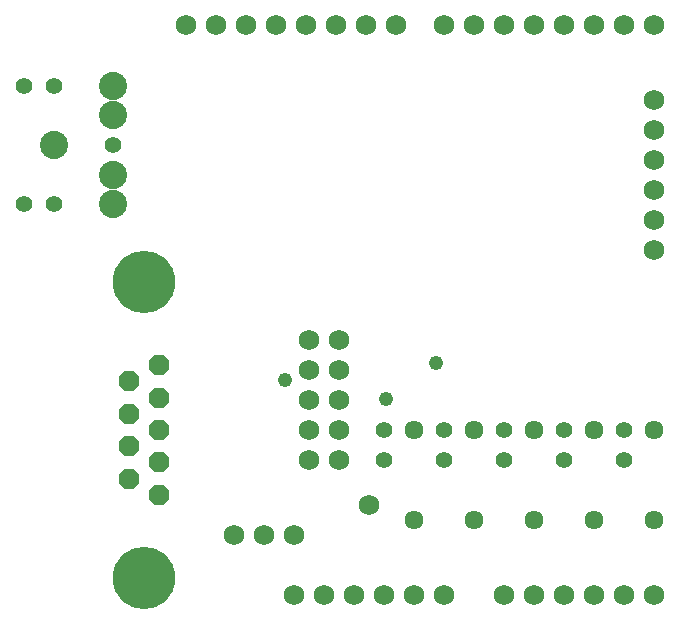
<source format=gbs>
G75*
G70*
%OFA0B0*%
%FSLAX24Y24*%
%IPPOS*%
%LPD*%
%AMOC8*
5,1,8,0,0,1.08239X$1,22.5*
%
%ADD10OC8,0.0680*%
%ADD11C,0.2080*%
%ADD12C,0.0680*%
%ADD13C,0.0556*%
%ADD14C,0.0634*%
%ADD15C,0.0552*%
%ADD16C,0.0940*%
%ADD17C,0.0480*%
D10*
X006701Y005434D03*
X007701Y004894D03*
X007701Y005974D03*
X007701Y007054D03*
X006701Y006514D03*
X006701Y007594D03*
X007701Y008134D03*
X006701Y008674D03*
X007701Y009214D03*
D11*
X007201Y011984D03*
X007201Y002124D03*
D12*
X010201Y003554D03*
X011201Y003554D03*
X012201Y003554D03*
X012201Y001554D03*
X013201Y001554D03*
X014201Y001554D03*
X015201Y001554D03*
X016201Y001554D03*
X017201Y001554D03*
X019201Y001554D03*
X020201Y001554D03*
X021201Y001554D03*
X022201Y001554D03*
X023201Y001554D03*
X024201Y001554D03*
X014701Y004554D03*
X013701Y006054D03*
X012701Y006054D03*
X012701Y007054D03*
X013701Y007054D03*
X013701Y008054D03*
X012701Y008054D03*
X012701Y009054D03*
X013701Y009054D03*
X013701Y010054D03*
X012701Y010054D03*
X024201Y013054D03*
X024201Y014054D03*
X024201Y015054D03*
X024201Y016054D03*
X024201Y017054D03*
X024201Y018054D03*
X024201Y020554D03*
X023201Y020554D03*
X022201Y020554D03*
X021201Y020554D03*
X020201Y020554D03*
X019201Y020554D03*
X018201Y020554D03*
X017201Y020554D03*
X015601Y020554D03*
X014601Y020554D03*
X013601Y020554D03*
X012601Y020554D03*
X011601Y020554D03*
X010601Y020554D03*
X009601Y020554D03*
X008601Y020554D03*
D13*
X015201Y007054D03*
X015201Y006054D03*
X017201Y006054D03*
X017201Y007054D03*
X019201Y007054D03*
X019201Y006054D03*
X021201Y006054D03*
X021201Y007054D03*
X023201Y007054D03*
X023201Y006054D03*
D14*
X022201Y007054D03*
X020201Y007054D03*
X018201Y007054D03*
X016201Y007054D03*
X016201Y004054D03*
X018201Y004054D03*
X020201Y004054D03*
X022201Y004054D03*
X024201Y004054D03*
X024201Y007054D03*
D15*
X006170Y016554D03*
X004201Y018523D03*
X003217Y018523D03*
X003217Y014586D03*
X004201Y014586D03*
D16*
X006170Y014586D03*
X006170Y015570D03*
X004201Y016554D03*
X006170Y017539D03*
X006170Y018523D03*
D17*
X016941Y009274D03*
X015261Y008074D03*
X011901Y008714D03*
M02*

</source>
